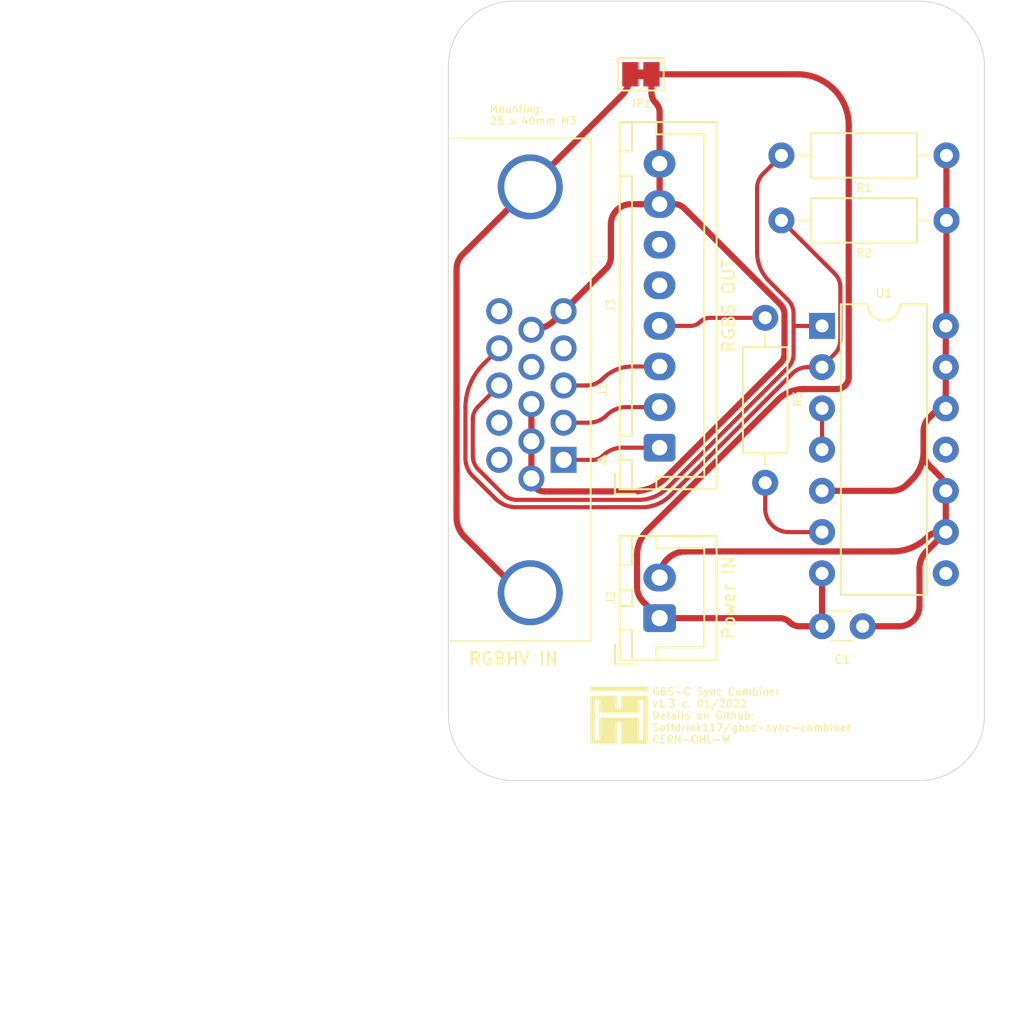
<source format=kicad_pcb>
(kicad_pcb (version 20211014) (generator pcbnew)
  (layers (0 "F.Cu" signal) (31 "B.Cu" signal) (34 "B.Paste" user) (35 "F.Paste" user) (36 "B.SilkS" user "B.Silkscreen") (37 "F.SilkS" user "F.Silkscreen") (38 "B.Mask" user) (39 "F.Mask" user) (44 "Edge.Cuts" user))
  (net 0 "")
  (net 1 "GND")
  (net 2 "+5V")
  (net 3 "Net-(J1-Pad0)")
  (net 4 "Net-(J1-Pad15)")
  (net 5 "/VSync")
  (net 6 "/HSync")
  (net 7 "Net-(J1-Pad12)")
  (net 8 "Net-(J1-Pad11)")
  (net 9 "Net-(J1-Pad9)")
  (net 10 "Net-(J1-Pad4)")
  (net 11 "Blue")
  (net 12 "Green")
  (net 13 "Red")
  (net 14 "Net-(J3-Pad5)")
  (net 15 "Net-(J3-Pad4)")
  (net 16 "/CSync")
  (net 17 "Net-(U1-Pad11)")
  (net 18 "Net-(U1-Pad3)")
  (net 19 "Net-(U1-Pad8)")
  (net 20 "Net-(J3-Pad6)")
  (footprint "Connector_JST:JST_XH_B2B-XH-A_1x02_P2.50mm_Vertical" (layer "F.Cu") (at 110 87 90)
    (fp_text reference "J2" (at 1.25 -3 90) (layer "F.SilkS") (effects (font (size 0.5 0.5) (thickness 0.075))))
    (fp_text value "JST-XH")
    (fp_line (start -2.56 3.51) (end 5.06 3.51) (layer "F.SilkS") (width 0.12))
    (fp_line (start 0.75 -2.45) (end 0.75 -1.7) (layer "F.SilkS") (width 0.12))
    (fp_line (start -1.6 -2.75) (end -2.85 -2.75) (layer "F.SilkS") (width 0.12))
    (fp_line (start 5.05 -0.2) (end 4.3 -0.2) (layer "F.SilkS") (width 0.12))
    (fp_line (start -2.85 -2.75) (end -2.85 -1.5) (layer "F.SilkS") (width 0.12))
    (fp_line (start 4.3 2.75) (end 1.25 2.75) (layer "F.SilkS") (width 0.12))
    (fp_line (start 5.06 3.51) (end 5.06 -2.46) (layer "F.SilkS") (width 0.12))
    (fp_line (start 0.75 -1.7) (end 1.75 -1.7) (layer "F.SilkS") (width 0.12))
    (fp_line (start 5.05 -1.7) (end 5.05 -2.45) (layer "F.SilkS") (width 0.12))
    (fp_line (start -0.75 -1.7) (end -0.75 -2.45) (layer "F.SilkS") (width 0.12))
    (fp_line (start -2.55 -2.45) (end -2.55 -1.7) (layer "F.SilkS") (width 0.12))
    (fp_line (start 1.75 -1.7) (end 1.75 -2.45) (layer "F.SilkS") (width 0.12))
    (fp_line (start -1.8 -0.2) (end -1.8 2.75) (layer "F.SilkS") (width 0.12))
    (fp_line (start -0.75 -2.45) (end -2.55 -2.45) (layer "F.SilkS") (width 0.12))
    (fp_line (start 3.25 -2.45) (end 3.25 -1.7) (layer "F.SilkS") (width 0.12))
    (fp_line (start 4.3 -0.2) (end 4.3 2.75) (layer "F.SilkS") (width 0.12))
    (fp_line (start 5.06 -2.46) (end -2.56 -2.46) (layer "F.SilkS") (width 0.12))
    (fp_line (start 3.25 -1.7) (end 5.05 -1.7) (layer "F.SilkS") (width 0.12))
    (fp_line (start 5.05 -2.45) (end 3.25 -2.45) (layer "F.SilkS") (width 0.12))
    (fp_line (start -2.56 -2.46) (end -2.56 3.51) (layer "F.SilkS") (width 0.12))
    (fp_line (start -2.55 -1.7) (end -0.75 -1.7) (layer "F.SilkS") (width 0.12))
    (fp_line (start 1.75 -2.45) (end 0.75 -2.45) (layer "F.SilkS") (width 0.12))
    (fp_line (start -2.55 -0.2) (end -1.8 -0.2) (layer "F.SilkS") (width 0.12))
    (fp_line (start -1.8 2.75) (end 1.25 2.75) (layer "F.SilkS") (width 0.12))
    (pad "1" thru_hole roundrect locked (at 0 0 90) (size 1.7 2) (drill 1) (layers *.Cu *.Mask) (roundrect_rratio 0.147059) (net 1 "GND"))
    (pad "2" thru_hole oval locked (at 2.5 0 90) (size 1.7 2) (drill 1) (layers *.Cu *.Mask) (net 2 "+5V"))
  )
  (footprint "Connector_JST:JST_XH_B8B-XH-A_1x08_P2.50mm_Vertical" (layer "F.Cu") (at 110 76.5 90)
    (fp_text reference "J3" (at 8.75 -3 90) (layer "F.SilkS") (effects (font (size 0.5 0.5) (thickness 0.075))))
    (fp_text value "JST-XH")
    (fp_line (start -2.85 -2.75) (end -2.85 -1.5) (layer "F.SilkS") (width 0.12))
    (fp_line (start 18.25 -2.45) (end 18.25 -1.7) (layer "F.SilkS") (width 0.12))
    (fp_line (start -2.55 -1.7) (end -0.75 -1.7) (layer "F.SilkS") (width 0.12))
    (fp_line (start 16.75 -2.45) (end 0.75 -2.45) (layer "F.SilkS") (width 0.12))
    (fp_line (start 20.05 -2.45) (end 18.25 -2.45) (layer "F.SilkS") (width 0.12))
    (fp_line (start -2.55 -2.45) (end -2.55 -1.7) (layer "F.SilkS") (width 0.12))
    (fp_line (start 16.75 -1.7) (end 16.75 -2.45) (layer "F.SilkS") (width 0.12))
    (fp_line (start 20.06 3.51) (end 20.06 -2.46) (layer "F.SilkS") (width 0.12))
    (fp_line (start -2.56 -2.46) (end -2.56 3.51) (layer "F.SilkS") (width 0.12))
    (fp_line (start -2.55 -0.2) (end -1.8 -0.2) (layer "F.SilkS") (width 0.12))
    (fp_line (start -1.8 2.75) (end 8.75 2.75) (layer "F.SilkS") (width 0.12))
    (fp_line (start 0.75 -2.45) (end 0.75 -1.7) (layer "F.SilkS") (width 0.12))
    (fp_line (start -0.75 -1.7) (end -0.75 -2.45) (layer "F.SilkS") (width 0.12))
    (fp_line (start 0.75 -1.7) (end 16.75 -1.7) (layer "F.SilkS") (width 0.12))
    (fp_line (start -2.56 3.51) (end 20.06 3.51) (layer "F.SilkS") (width 0.12))
    (fp_line (start 20.05 -1.7) (end 20.05 -2.45) (layer "F.SilkS") (width 0.12))
    (fp_line (start 20.06 -2.46) (end -2.56 -2.46) (layer "F.SilkS") (width 0.12))
    (fp_line (start 19.3 2.75) (end 8.75 2.75) (layer "F.SilkS") (width 0.12))
    (fp_line (start 20.05 -0.2) (end 19.3 -0.2) (layer "F.SilkS") (width 0.12))
    (fp_line (start -1.8 -0.2) (end -1.8 2.75) (layer "F.SilkS") (width 0.12))
    (fp_line (start 18.25 -1.7) (end 20.05 -1.7) (layer "F.SilkS") (width 0.12))
    (fp_line (start 19.3 -0.2) (end 19.3 2.75) (layer "F.SilkS") (width 0.12))
    (fp_line (start -0.75 -2.45) (end -2.55 -2.45) (layer "F.SilkS") (width 0.12))
    (fp_line (start -1.6 -2.75) (end -2.85 -2.75) (layer "F.SilkS") (width 0.12))
    (pad "1" thru_hole roundrect locked (at 0 0 90) (size 1.7 1.95) (drill 0.95) (layers *.Cu *.Mask) (roundrect_rratio 0.147059) (net 13 "Red"))
    (pad "2" thru_hole oval locked (at 2.5 0 90) (size 1.7 1.95) (drill 0.95) (layers *.Cu *.Mask) (net 12 "Green"))
    (pad "3" thru_hole oval locked (at 5 0 90) (size 1.7 1.95) (drill 0.95) (layers *.Cu *.Mask) (net 11 "Blue"))
    (pad "4" thru_hole oval locked (at 7.5 0 90) (size 1.7 1.95) (drill 0.95) (layers *.Cu *.Mask) (net 15 "Net-(J3-Pad4)"))
    (pad "5" thru_hole oval locked (at 10 0 90) (size 1.7 1.95) (drill 0.95) (layers *.Cu *.Mask) (net 14 "Net-(J3-Pad5)"))
    (pad "6" thru_hole oval locked (at 12.5 0 90) (size 1.7 1.95) (drill 0.95) (layers *.Cu *.Mask) (net 20 "Net-(J3-Pad6)"))
    (pad "7" thru_hole oval locked (at 15 0 90) (size 1.7 1.95) (drill 0.95) (layers *.Cu *.Mask) (net 1 "GND"))
    (pad "8" thru_hole oval locked (at 17.5 0 90) (size 1.7 1.95) (drill 0.95) (layers *.Cu *.Mask) (net 1 "GND"))
  )
  (footprint "Jumper:SolderJumper-2_P1.3mm_Bridged_Pad1.0x1.5mm" (layer "F.Cu") (at 108.85 53.5 180)
    (fp_text reference "JP1" (at 0 -1.8) (layer "F.SilkS") (effects (font (size 0.5 0.5) (thickness 0.075))))
    (fp_text value "SolderJumper_2_Bridged")
    (fp_poly (pts (xy -0.25 -0.3) (xy 0.25 -0.3) (xy 0.25 0.3) (xy -0.25 0.3)) (layer "F.Cu") (width 0) (fill solid))
    (fp_line (start 1.4 1) (end -1.4 1) (layer "F.SilkS") (width 0.12))
    (fp_line (start 1.4 -1) (end 1.4 1) (layer "F.SilkS") (width 0.12))
    (fp_line (start -1.4 1) (end -1.4 -1) (layer "F.SilkS") (width 0.12))
    (fp_line (start -1.4 -1) (end 1.4 -1) (layer "F.SilkS") (width 0.12))
    (pad "1" smd rect locked (at -0.65 0 180) (size 1 1.5) (layers "F.Cu" "F.Mask") (net 1 "GND"))
    (pad "2" smd rect locked (at 0.65 0 180) (size 1 1.5) (layers "F.Cu" "F.Mask") (net 3 "Net-(J1-Pad0)"))
  )
  (footprint "Package_DIP:DIP-14_W7.62mm" (layer "F.Cu") (at 120 69)
    (fp_text reference "U1" (at 3.81 -2) (layer "F.SilkS") (effects (font (size 0.5 0.5) (thickness 0.075))))
    (fp_text value "74LS86")
    (fp_line (start 2.81 -1.33) (end 1.16 -1.33) (layer "F.SilkS") (width 0.12))
    (fp_line (start 6.46 16.57) (end 6.46 -1.33) (layer "F.SilkS") (width 0.12))
    (fp_line (start 1.16 -1.33) (end 1.16 16.57) (layer "F.SilkS") (width 0.12))
    (fp_line (start 1.16 16.57) (end 6.46 16.57) (layer "F.SilkS") (width 0.12))
    (fp_line (start 6.46 -1.33) (end 4.81 -1.33) (layer "F.SilkS") (width 0.12))
    (fp_arc (start 4.81 -1.33) (mid 3.81 -0.33) (end 2.81 -1.33) (layer "F.SilkS") (width 0.12))
    (pad "1" thru_hole rect locked (at 0 0) (size 1.6 1.6) (drill 0.8) (layers *.Cu *.Mask) (net 6 "/HSync"))
    (pad "2" thru_hole oval locked (at 0 2.54) (size 1.6 1.6) (drill 0.8) (layers *.Cu *.Mask) (net 5 "/VSync"))
    (pad "3" thru_hole oval locked (at 0 5.08) (size 1.6 1.6) (drill 0.8) (layers *.Cu *.Mask) (net 18 "Net-(U1-Pad3)"))
    (pad "4" thru_hole oval locked (at 0 7.62) (size 1.6 1.6) (drill 0.8) (layers *.Cu *.Mask) (net 18 "Net-(U1-Pad3)"))
    (pad "5" thru_hole oval locked (at 0 10.16) (size 1.6 1.6) (drill 0.8) (layers *.Cu *.Mask) (net 2 "+5V"))
    (pad "6" thru_hole oval locked (at 0 12.7) (size 1.6 1.6) (drill 0.8) (layers *.Cu *.Mask) (net 16 "/CSync"))
    (pad "7" thru_hole oval locked (at 0 15.24) (size 1.6 1.6) (drill 0.8) (layers *.Cu *.Mask) (net 1 "GND"))
    (pad "8" thru_hole oval locked (at 7.62 15.24) (size 1.6 1.6) (drill 0.8) (layers *.Cu *.Mask) (net 19 "Net-(U1-Pad8)"))
    (pad "9" thru_hole oval locked (at 7.62 12.7) (size 1.6 1.6) (drill 0.8) (layers *.Cu *.Mask) (net 2 "+5V"))
    (pad "10" thru_hole oval locked (at 7.62 10.16) (size 1.6 1.6) (drill 0.8) (layers *.Cu *.Mask) (net 2 "+5V"))
    (pad "11" thru_hole oval locked (at 7.62 7.62) (size 1.6 1.6) (drill 0.8) (layers *.Cu *.Mask) (net 17 "Net-(U1-Pad11)"))
    (pad "12" thru_hole oval locked (at 7.62 5.08) (size 1.6 1.6) (drill 0.8) (layers *.Cu *.Mask) (net 2 "+5V"))
    (pad "13" thru_hole oval locked (at 7.62 2.54) (size 1.6 1.6) (drill 0.8) (layers *.Cu *.Mask) (net 2 "+5V"))
    (pad "14" thru_hole oval locked (at 7.62 0) (size 1.6 1.6) (drill 0.8) (layers *.Cu *.Mask) (net 2 "+5V"))
  )
  (footprint "Resistor_THT:R_Axial_DIN0207_L6.3mm_D2.5mm_P10.16mm_Horizontal" (layer "F.Cu") (at 117.5 58.5)
    (fp_text reference "R1" (at 5.08 2) (layer "F.SilkS") (effects (font (size 0.5 0.5) (thickness 0.075))))
    (fp_text value "10k")
    (fp_line (start 1.81 1.37) (end 8.35 1.37) (layer "F.SilkS") (width 0.12))
    (fp_line (start 9.12 0) (end 8.35 0) (layer "F.SilkS") (width 0.12))
    (fp_line (start 1.81 -1.37) (end 1.81 1.37) (layer "F.SilkS") (width 0.12))
    (fp_line (start 8.35 1.37) (end 8.35 -1.37) (layer "F.SilkS") (width 0.12))
    (fp_line (start 8.35 -1.37) (end 1.81 -1.37) (layer "F.SilkS") (width 0.12))
    (fp_line (start 1.04 0) (end 1.81 0) (layer "F.SilkS") (width 0.12))
    (pad "1" thru_hole circle locked (at 0 0) (size 1.6 1.6) (drill 0.8) (layers *.Cu *.Mask) (net 6 "/HSync"))
    (pad "2" thru_hole oval locked (at 10.16 0) (size 1.6 1.6) (drill 0.8) (layers *.Cu *.Mask) (net 2 "+5V"))
  )
  (footprint "Capacitor_THT:C_Disc_D3.0mm_W1.6mm_P2.50mm" (layer "F.Cu") (at 122.5 87.5 180)
    (fp_text reference "C1" (at 1.25 -2.05) (layer "F.SilkS") (effects (font (size 0.5 0.5) (thickness 0.075))))
    (fp_text value "0.1uF")
    (fp_line (start 0.621 -0.92) (end 1.879 -0.92) (layer "F.SilkS") (width 0.12))
    (fp_line (start 0.621 0.92) (end 1.879 0.92) (layer "F.SilkS") (width 0.12))
    (pad "1" thru_hole circle locked (at 0 0 180) (size 1.6 1.6) (drill 0.8) (layers *.Cu *.Mask) (net 2 "+5V"))
    (pad "2" thru_hole circle locked (at 2.5 0 180) (size 1.6 1.6) (drill 0.8) (layers *.Cu *.Mask) (net 1 "GND"))
  )
  (footprint "MountingHole:MountingHole_3.2mm_M3" (layer "F.Cu") (at 101 53)
    (fp_text reference "H1" hide)
    (fp_text value "MountingHole" hide)
    (pad "" np_thru_hole circle locked (at 0 0) (size 3.2 3.2) (drill 3.2) (layers *.Cu *.Mask))
  )
  (footprint "MountingHole:MountingHole_3.2mm_M3" (layer "F.Cu") (at 101 93)
    (fp_text reference "H2" hide)
    (fp_text value "MountingHole" hide)
    (pad "" np_thru_hole circle locked (at 0 0) (size 3.2 3.2) (drill 3.2) (layers *.Cu *.Mask))
  )
  (footprint "MountingHole:MountingHole_3.2mm_M3" (layer "F.Cu") (at 126 93)
    (fp_text reference "H3" hide)
    (fp_text value "MountingHole" hide)
    (pad "" np_thru_hole circle locked (at 0 0) (size 3.2 3.2) (drill 3.2) (layers *.Cu *.Mask))
  )
  (footprint "MountingHole:MountingHole_3.2mm_M3" (layer "F.Cu") (at 126 53)
    (fp_text reference "H4" hide)
    (fp_text value "MountingHole" hide)
    (pad "" np_thru_hole circle locked (at 0 0) (size 3.2 3.2) (drill 3.2) (layers *.Cu *.Mask))
  )
  (footprint "Connector_Dsub:DSUB-15-HD_Female_Horizontal_P2.29x1.98mm_EdgePinOffset3.03mm_Housed_MountingHolesOffset4.94mm" (layer "F.Cu") (at 104.08666 77.25 -90)
    (fp_text reference "J1" (at -4.315 -2.41334 90) (layer "F.SilkS") (effects (font (size 0.5 0.5) (thickness 0.075))))
    (fp_text value "DB15_Female_HighDensity_MountingHoles")
    (fp_line (start -19.8 6.93) (end -19.8 -1.67) (layer "F.SilkS") (width 0.12))
    (fp_line (start 11.17 -1.67) (end 11.17 6.93) (layer "F.SilkS") (width 0.12))
    (fp_line (start -19.8 -1.67) (end 11.17 -1.67) (layer "F.SilkS") (width 0.12))
    (fp_line (start 0.25 -2.564338) (end 0 -2.131325) (layer "F.SilkS") (width 0.12))
    (fp_line (start -0.25 -2.564338) (end 0.25 -2.564338) (layer "F.SilkS") (width 0.12))
    (fp_line (start 0 -2.131325) (end -0.25 -2.564338) (layer "F.SilkS") (width 0.12))
    (pad "0" thru_hole circle locked (at -16.815 2.05 270) (size 4 4) (drill 3.2) (layers *.Cu *.Mask) (net 3 "Net-(J1-Pad0)"))
    (pad "0" thru_hole circle locked (at 8.185 2.05 270) (size 4 4) (drill 3.2) (layers *.Cu *.Mask) (net 3 "Net-(J1-Pad0)"))
    (pad "1" thru_hole rect locked (at 0 0 270) (size 1.6 1.6) (drill 1) (layers *.Cu *.Mask) (net 13 "Red"))
    (pad "2" thru_hole circle locked (at -2.29 0 270) (size 1.6 1.6) (drill 1) (layers *.Cu *.Mask) (net 12 "Green"))
    (pad "3" thru_hole circle locked (at -4.58 0 270) (size 1.6 1.6) (drill 1) (layers *.Cu *.Mask) (net 11 "Blue"))
    (pad "4" thru_hole circle locked (at -6.87 0 270) (size 1.6 1.6) (drill 1) (layers *.Cu *.Mask) (net 10 "Net-(J1-Pad4)"))
    (pad "5" thru_hole circle locked (at -9.16 0 270) (size 1.6 1.6) (drill 1) (layers *.Cu *.Mask) (net 1 "GND"))
    (pad "6" thru_hole circle locked (at 1.145 1.98 270) (size 1.6 1.6) (drill 1) (layers *.Cu *.Mask) (net 1 "GND"))
    (pad "7" thru_hole circle locked (at -1.145 1.98 270) (size 1.6 1.6) (drill 1) (layers *.Cu *.Mask) (net 1 "GND"))
    (pad "8" thru_hole circle locked (at -3.435 1.98 270) (size 1.6 1.6) (drill 1) (layers *.Cu *.Mask) (net 1 "GND"))
    (pad "9" thru_hole circle locked (at -5.725 1.98 270) (size 1.6 1.6) (drill 1) (layers *.Cu *.Mask) (net 9 "Net-(J1-Pad9)"))
    (pad "10" thru_hole circle locked (at -8.015 1.98 270) (size 1.6 1.6) (drill 1) (layers *.Cu *.Mask) (net 1 "GND"))
    (pad "11" thru_hole circle locked (at 0 3.96 270) (size 1.6 1.6) (drill 1) (layers *.Cu *.Mask) (net 8 "Net-(J1-Pad11)"))
    (pad "12" thru_hole circle locked (at -2.29 3.96 270) (size 1.6 1.6) (drill 1) (layers *.Cu *.Mask) (net 7 "Net-(J1-Pad12)"))
    (pad "13" thru_hole circle locked (at -4.58 3.96 270) (size 1.6 1.6) (drill 1) (layers *.Cu *.Mask) (net 6 "/HSync"))
    (pad "14" thru_hole circle locked (at -6.87 3.96 270) (size 1.6 1.6) (drill 1) (layers *.Cu *.Mask) (net 5 "/VSync"))
    (pad "15" thru_hole circle locked (at -9.16 3.96 270) (size 1.6 1.6) (drill 1) (layers *.Cu *.Mask) (net 4 "Net-(J1-Pad15)"))
  )
  (footprint "Resistor_THT:R_Axial_DIN0207_L6.3mm_D2.5mm_P10.16mm_Horizontal" (layer "F.Cu") (at 116.5 68.5 -90)
    (fp_text reference "R3" (at 5 -2 90) (layer "F.SilkS") (effects (font (size 0.5 0.5) (thickness 0.075))))
    (fp_text value "470Ohm")
    (fp_line (start 9.12 0) (end 8.35 0) (layer "F.SilkS") (width 0.12))
    (fp_line (start 1.81 1.37) (end 8.35 1.37) (layer "F.SilkS") (width 0.12))
    (fp_line (start 8.35 -1.37) (end 1.81 -1.37) (layer "F.SilkS") (width 0.12))
    (fp_line (start 1.81 -1.37) (end 1.81 1.37) (layer "F.SilkS") (width 0.12))
    (fp_line (start 8.35 1.37) (end 8.35 -1.37) (layer "F.SilkS") (width 0.12))
    (fp_line (start 1.04 0) (end 1.81 0) (layer "F.SilkS") (width 0.12))
    (pad "1" thru_hole circle locked (at 0 0 270) (size 1.6 1.6) (drill 0.8) (layers *.Cu *.Mask) (net 15 "Net-(J3-Pad4)"))
    (pad "2" thru_hole oval locked (at 10.16 0 270) (size 1.6 1.6) (drill 0.8) (layers *.Cu *.Mask) (net 16 "/CSync"))
  )
  (footprint "Resistor_THT:R_Axial_DIN0207_L6.3mm_D2.5mm_P10.16mm_Horizontal" (layer "F.Cu") (at 117.5 62.5)
    (fp_text reference "R2" (at 5.08 2) (layer "F.SilkS") (effects (font (size 0.5 0.5) (thickness 0.075))))
    (fp_text value "10k")
    (fp_line (start 1.81 -1.37) (end 1.81 1.37) (layer "F.SilkS") (width 0.12))
    (fp_line (start 8.35 1.37) (end 8.35 -1.37) (layer "F.SilkS") (width 0.12))
    (fp_line (start 8.35 -1.37) (end 1.81 -1.37) (layer "F.SilkS") (width 0.12))
    (fp_line (start 1.04 0) (end 1.81 0) (layer "F.SilkS") (width 0.12))
    (fp_line (start 9.12 0) (end 8.35 0) (layer "F.SilkS") (width 0.12))
    (fp_line (start 1.81 1.37) (end 8.35 1.37) (layer "F.SilkS") (width 0.12))
    (pad "1" thru_hole circle locked (at 0 0) (size 1.6 1.6) (drill 0.8) (layers *.Cu *.Mask) (net 5 "/VSync"))
    (pad "2" thru_hole oval locked (at 10.16 0) (size 1.6 1.6) (drill 0.8) (layers *.Cu *.Mask) (net 2 "+5V"))
  )
  (footprint "board_graphics:sft_logo" (layer "F.Cu") (at 107.5 93)
    (fp_text reference "G***" hide)
    (fp_text value "LOGO" hide)
    (fp_poly (pts (xy 1.763889 -1.495777) (xy -1.763888 -1.495777) (xy -1.763888 -1.763888) (xy 1.763889 -1.763888) (xy 1.763889 -1.495777)) (layer "F.SilkS") (width 0.01) (fill solid))
    (fp_poly (pts (xy -0.141111 -0.409222) (xy 0.141112 -0.409222) (xy 0.141112 -1.213555) (xy 1.764019 -1.213555) (xy 1.760426 0.271639) (xy 1.756834 1.756834) (xy 0.141112 1.76412) (xy 0.141112 0.409223) (xy -0.141111 0.409223) (xy -0.141111 1.763889) (xy -0.943092 1.763889) (xy -1.090958 1.763728) (xy -1.230322 1.763265) (xy -1.358639 1.762528) (xy -1.473364 1.761549) (xy -1.571952 1.760355) (xy -1.651857 1.758977) (xy -1.710535 1.757444) (xy -1.745439 1.755786) (xy -1.754481 1.754482) (xy -1.755765 1.739375) (xy -1.756997 1.697907) (xy -1.758166 1.631939) (xy -1.759259 1.54333) (xy -1.760265 1.433943) (xy -1.761173 1.305638) (xy -1.76197 1.160275) (xy -1.762645 0.999716) (xy -1.763186 0.825821) (xy -1.763581 0.640451) (xy -1.763819 0.445468) (xy -1.763888 0.26576) (xy -1.763888 -0.945444) (xy -1.495777 -0.945444) (xy -1.495777 0.26576) (xy -1.49567 0.4482) (xy -1.495359 0.622517) (xy -1.494861 0.786651) (xy -1.49419 0.93854) (xy -1.493363 1.076126) (xy -1.492397 1.197347) (xy -1.491305 1.300143) (xy -1.490106 1.382454) (xy -1.488814 1.44222) (xy -1.487445 1.47738) (xy -1.48637 1.486371) (xy -1.468984 1.490476) (xy -1.430164 1.493673) (xy -1.376697 1.49551) (xy -1.345259 1.495778) (xy -1.213555 1.495778) (xy -1.213555 0.141112) (xy 1.213282 0.141112) (xy 1.216947 0.814917) (xy 1.220612 1.488723) (xy 1.488723 1.488723) (xy 1.492329 0.271639) (xy 1.495935 -0.945444) (xy 1.213556 -0.945444) (xy 1.213556 -0.141111) (xy -1.213555 -0.141111) (xy -1.213555 -0.945444) (xy -1.495777 -0.945444) (xy -1.763888 -0.945444) (xy -1.763888 -1.213555) (xy -0.141111 -1.213555) (xy -0.141111 -0.409222)) (layer "F.SilkS") (width 0.01) (fill solid))
  )
  (gr_line (start 101 49) (end 102 49) (layer "Edge.Cuts") (width 0.05))
  (gr_line (start 101 97) (end 102 97) (layer "Edge.Cuts") (width 0.05))
  (gr_line (start 130 92) (end 130 93) (layer "Edge.Cuts") (width 0.05))
  (gr_line (start 97 92) (end 97 93) (layer "Edge.Cuts") (width 0.05))
  (gr_arc (start 97 53) (mid 98.171573 50.171573) (end 101 49) (layer "Edge.Cuts") (width 0.05))
  (gr_arc (start 126 49) (mid 128.828427 50.171573) (end 130 53) (layer "Edge.Cuts") (width 0.05))
  (gr_arc (start 130 93) (mid 128.828427 95.828427) (end 126 97) (layer "Edge.Cuts") (width 0.05))
  (gr_arc (start 101 97) (mid 98.171573 95.828427) (end 97 93) (layer "Edge.Cuts") (width 0.05))
  (gr_line (start 97 53) (end 97 92) (layer "Edge.Cuts") (width 0.05))
  (gr_line (start 102 49) (end 126 49) (layer "Edge.Cuts") (width 0.05))
  (gr_line (start 102 97) (end 126 97) (layer "Edge.Cuts") (width 0.05))
  (gr_line (start 130 53) (end 130 92) (layer "Edge.Cuts") (width 0.05))
  (gr_text "RGBS OUT" (at 114.25 67.75 90) (layer "F.SilkS") (effects (font (size 0.762 0.762) (thickness 0.127))))
  (gr_text "RGBHV IN" (at 101 89.5) (layer "F.SilkS") (effects (font (size 0.762 0.762) (thickness 0.127))))
  (gr_text "Mounting:\n25 x 40mm M3" (at 99.5 56) (layer "F.SilkS") (effects (font (size 0.4572 0.4572) (thickness 0.0762)) (justify left)))
  (gr_text "GBS-C Sync Combiner \nv1.3 c. 01/2022\nDetails on Github:\nSoftdrink117/gbsc-sync-combiner\nCERN-OHL-W" (at 109.5 93) (layer "F.SilkS") (effects (font (size 0.4572 0.4572) (thickness 0.0762)) (justify left)))
  (gr_text "Power IN" (at 114.25 85.75 90) (layer "F.SilkS") (effects (font (size 0.762 0.762) (thickness 0.127))))
  (segment (start 109.793312 81.043312) (end 117.293312 73.543312) (width 0.381) (layer "F.Cu") (net 1))
  (segment (start 110 87) (end 117.396447 87) (width 0.381) (layer "F.Cu") (net 1))
  (segment (start 108.362605 79.194999) (end 102.906659 79.194999) (width 0.381) (layer "F.Cu") (net 1))
  (segment (start 118.5 53.5) (end 109.5 53.5) (width 0.381) (layer "F.Cu") (net 1))
  (segment (start 109.255344 81.581279) (end 109.793312 81.043312) (width 0.381) (layer "F.Cu") (net 1))
  (segment (start 121.644511 72.144511) (end 121.644511 56.644511) (width 0.381) (layer "F.Cu") (net 1))
  (segment (start 110 61.5) (end 110 59) (width 0.381) (layer "F.Cu") (net 1))
  (segment (start 107 64.75) (end 107 62.75) (width 0.381) (layer "F.Cu") (net 1))
  (segment (start 102.10666 76.105) (end 102.10666 78.395) (width 0.381) (layer "F.Cu") (net 1))
  (segment (start 110.916833 61.5) (end 110 61.5) (width 0.381) (layer "F.Cu") (net 1))
  (segment (start 118.603553 87.5) (end 120 87.5) (width 0.381) (layer "F.Cu") (net 1))
  (segment (start 120 84.24) (end 120 87.5) (width 0.381) (layer "F.Cu") (net 1))
  (segment (start 111.505971 61.744029) (end 117.421136 67.659194) (width 0.381) (layer "F.Cu") (net 1))
  (segment (start 117.690501 68.309499) (end 117.690501 70.690501) (width 0.381) (layer "F.Cu") (net 1))
  (segment (start 103.532094 68.644566) (end 104.08666 68.09) (width 0.381) (layer "F.Cu") (net 1))
  (segment (start 117.443142 71.287678) (end 110.36541 78.36541) (width 0.381) (layer "F.Cu") (net 1))
  (segment (start 104.08666 68.09) (end 106.698305 65.478355) (width 0.381) (layer "F.Cu") (net 1))
  (segment (start 109.5 53.5) (end 109.5 54.646447) (width 0.381) (layer "F.Cu") (net 1))
  (segment (start 110 87) (end 109 86) (width 0.381) (layer "F.Cu") (net 1))
  (segment (start 108.60949 85.057226) (end 108.60949 83.14051) (width 0.381) (layer "F.Cu") (net 1))
  (segment (start 102.10666 73.815) (end 102.10666 76.105) (width 0.381) (layer "F.Cu") (net 1))
  (segment (start 108.25 61.5) (end 110 61.5) (width 0.381) (layer "F.Cu") (net 1))
  (segment (start 110 55.853553) (end 110 59) (width 0.381) (layer "F.Cu") (net 1))
  (segment (start 118.871756 72.889499) (end 120.899523 72.889499) (width 0.381) (layer "F.Cu") (net 1))
  (arc (start 109.5 54.646447) (mid 109.564972 54.973087) (end 109.75 55.25) (width 0.381) (layer "F.Cu") (net 1))
  (arc (start 117.396447 87) (mid 117.723087 87.064973) (end 118 87.25) (width 0.381) (layer "F.Cu") (net 1))
  (arc (start 111.505971 61.744029) (mid 111.235673 61.563421) (end 110.916833 61.5) (width 0.381) (layer "F.Cu") (net 1))
  (arc (start 108.60949 83.14051) (mid 108.777342 82.296661) (end 109.255344 81.581279) (width 0.381) (layer "F.Cu") (net 1))
  (arc (start 117.690501 70.690501) (mid 117.626215 71.013692) (end 117.443142 71.287678) (width 0.381) (layer "F.Cu") (net 1))
  (arc (start 118 87.25) (mid 118.276912 87.435027) (end 118.603553 87.5) (width 0.381) (layer "F.Cu") (net 1))
  (arc (start 117.421136 67.659194) (mid 117.620495 67.957556) (end 117.690501 68.309499) (width 0.381) (layer "F.Cu") (net 1))
  (arc (start 120.899523 72.889499) (mid 121.426309 72.671297) (end 121.644511 72.144511) (width 0.381) (layer "F.Cu") (net 1))
  (arc (start 102.10666 69.235) (mid 102.878099 69.081551) (end 103.532094 68.644566) (width 0.381) (layer "F.Cu") (net 1))
  (arc (start 121.644511 56.644511) (mid 120.723505 54.421006) (end 118.5 53.5) (width 0.381) (layer "F.Cu") (net 1))
  (arc (start 102.906659 79.194999) (mid 102.340974 78.960685) (end 102.10666 78.395) (width 0.381) (layer "F.Cu") (net 1))
  (arc (start 106.698305 65.478355) (mid 106.921592 65.144184) (end 107 64.75) (width 0.381) (layer "F.Cu") (net 1))
  (arc (start 109.75 55.25) (mid 109.935027 55.526912) (end 110 55.853553) (width 0.381) (layer "F.Cu") (net 1))
  (arc (start 109 86) (mid 108.710981 85.567452) (end 108.60949 85.057226) (width 0.381) (layer "F.Cu") (net 1))
  (arc (start 110.36541 78.36541) (mid 109.446515 78.979396) (end 108.362605 79.194999) (width 0.381) (layer "F.Cu") (net 1))
  (arc (start 107 62.75) (mid 107.366117 61.866117) (end 108.25 61.5) (width 0.381) (layer "F.Cu") (net 1))
  (arc (start 117.293312 73.543312) (mid 118.017507 73.05942) (end 118.871756 72.889499) (width 0.381) (layer "F.Cu") (net 1))
  (segment (start 127.62 71.54) (end 127.62 74.08) (width 0.381) (layer "F.Cu") (net 2))
  (segment (start 126.603553 74.646446) (end 126.75 74.5) (width 0.381) (layer "F.Cu") (net 2))
  (segment (start 127.62 81.7) (end 126.429499 82.890501) (width 0.381) (layer "F.Cu") (net 2))
  (segment (start 127 78) (end 126.603554 77.603554) (width 0.381) (layer "F.Cu") (net 2))
  (segment (start 127.66 58.5) (end 127.66 62.5) (width 0.381) (layer "F.Cu") (net 2))
  (segment (start 126 86.25) (end 126 83.927403) (width 0.381) (layer "F.Cu") (net 2))
  (segment (start 127.62 69) (end 127.62 71.54) (width 0.381) (layer "F.Cu") (net 2))
  (segment (start 122.5 87.5) (end 124.75 87.5) (width 0.381) (layer "F.Cu") (net 2))
  (segment (start 120 79.16) (end 124.260173 79.16) (width 0.381) (layer "F.Cu") (net 2))
  (segment (start 127.66 68.96) (end 127.62 69) (width 0.381) (layer "F.Cu") (net 2))
  (segment (start 127.224264 81.7) (end 127.62 81.7) (width 0.381) (layer "F.Cu") (net 2))
  (segment (start 126.75 74.5) (end 126.851801 74.398199) (width 0.381) (layer "F.Cu") (net 2))
  (segment (start 126.25 76.75) (end 126.25 75.5) (width 0.381) (layer "F.Cu") (net 2))
  (segment (start 111.609989 82.890011) (end 124.351324 82.890011) (width 0.381) (layer "F.Cu") (net 2))
  (segment (start 127.62 79.16) (end 127.62 81.7) (width 0.381) (layer "F.Cu") (net 2))
  (segment (start 127.238162 78.238163) (end 127 78) (width 0.381) (layer "F.Cu") (net 2))
  (segment (start 111.609499 82.890501) (end 111.609989 82.890011) (width 0.381) (layer "F.Cu") (net 2))
  (segment (start 125.25 78.75) (end 125.542893 78.457107) (width 0.381) (layer "F.Cu") (net 2))
  (segment (start 127.66 62.5) (end 127.66 68.96) (width 0.381) (layer "F.Cu") (net 2))
  (arc (start 111.609499 82.890501) (mid 110.471411 83.361912) (end 110 84.5) (width 0.381) (layer "F.Cu") (net 2))
  (arc (start 126.851801 74.398199) (mid 127.204253 74.162698) (end 127.62 74.08) (width 0.381) (layer "F.Cu") (net 2))
  (arc (start 126 83.927403) (mid 126.111623 83.366236) (end 126.429499 82.890501) (width 0.381) (layer "F.Cu") (net 2))
  (arc (start 126.603554 77.603554) (mid 126.341886 77.21194) (end 126.25 76.75) (width 0.381) (layer "F.Cu") (net 2))
  (arc (start 127.62 79.16) (mid 127.520764 78.661105) (end 127.238162 78.238163) (width 0.381) (layer "F.Cu") (net 2))
  (arc (start 126.25 75.5) (mid 126.341886 75.03806) (end 126.603553 74.646446) (width 0.381) (layer "F.Cu") (net 2))
  (arc (start 124.260173 79.16) (mid 124.795863 79.053445) (end 125.25 78.75) (width 0.381) (layer "F.Cu") (net 2))
  (arc (start 126.5 82) (mid 126.832294 81.777968) (end 127.224264 81.7) (width 0.381) (layer "F.Cu") (net 2))
  (arc (start 124.75 87.5) (mid 125.633883 87.133883) (end 126 86.25) (width 0.381) (layer "F.Cu") (net 2))
  (arc (start 125.542893 78.457107) (mid 126.066229 77.67388) (end 126.25 76.75) (width 0.381) (layer "F.Cu") (net 2))
  (arc (start 124.351324 82.890011) (mid 125.514179 82.658705) (end 126.5 82) (width 0.381) (layer "F.Cu") (net 2))
  (arc (start 127.54 74) (mid 127.596569 74.023431) (end 127.62 74.08) (width 0.381) (layer "F.Cu") (net 2))
  (segment (start 102.03666 60.435) (end 97.873593 64.598067) (width 0.381) (layer "F.Cu") (net 3))
  (segment (start 102.03666 85.435) (end 101.935 85.435) (width 0.381) (layer "F.Cu") (net 3))
  (segment (start 97.5 65.5) (end 97.5 80.792894) (width 0.381) (layer "F.Cu") (net 3))
  (segment (start 102.03666 60.435) (end 107.654354 54.817306) (width 0.381) (layer "F.Cu") (net 3))
  (segment (start 98 82) (end 101.009562 85.009562) (width 0.381) (layer "F.Cu") (net 3))
  (arc (start 102.01662 60.48338) (mid 102.031452 60.461183) (end 102.03666 60.435) (width 0.381) (layer "F.Cu") (net 3))
  (arc (start 107.654354 54.817306) (mid 108.058191 54.212922) (end 108.2 53.5) (width 0.381) (layer "F.Cu") (net 3))
  (arc (start 97.873593 64.598067) (mid 97.597094 65.011877) (end 97.5 65.5) (width 0.381) (layer "F.Cu") (net 3))
  (arc (start 101.009562 85.009562) (mid 101.480798 85.324432) (end 102.03666 85.435) (width 0.381) (layer "F.Cu") (net 3))
  (arc (start 97.5 80.792894) (mid 97.629946 81.446175) (end 98 82) (width 0.381) (layer "F.Cu") (net 3))
  (segment (start 120 71.54) (end 119.112591 71.54) (width 0.254) (layer "F.Cu") (net 5))
  (segment (start 111.552378 78.552378) (end 110.6607 79.444055) (width 0.254) (layer "F.Cu") (net 5))
  (segment (start 98.04599 77.153923) (end 98.04599 74.04599) (width 0.254) (layer "F.Cu") (net 5))
  (segment (start 121.127001 69.83984) (end 121.127001 66.622999) (width 0.254) (layer "F.Cu") (net 5))
  (segment (start 99.886189 79.636189) (end 98.5 78.25) (width 0.254) (layer "F.Cu") (net 5))
  (segment (start 108.916519 80.166519) (end 101.166519 80.166519) (width 0.254) (layer "F.Cu") (net 5))
  (segment (start 117.5 62.5) (end 120.776277 65.776277) (width 0.254) (layer "F.Cu") (net 5))
  (segment (start 99.166981 71.33968) (end 100.12666 70.38) (width 0.254) (layer "F.Cu") (net 5))
  (segment (start 118.177378 71.927378) (end 111.552378 78.552378) (width 0.254) (layer "F.Cu") (net 5))
  (segment (start 120.028284 71.471715) (end 120.75 70.75) (width 0.254) (layer "F.Cu") (net 5))
  (arc (start 98.04599 74.04599) (mid 98.337326 72.581345) (end 99.166981 71.33968) (width 0.254) (layer "F.Cu") (net 5))
  (arc (start 119.112591 71.54) (mid 118.606457 71.640677) (end 118.177378 71.927378) (width 0.254) (layer "F.Cu") (net 5))
  (arc (start 120 71.54) (mid 120.007351 71.503045) (end 120.028284 71.471715) (width 0.254) (layer "F.Cu") (net 5))
  (arc (start 110.6607 79.444055) (mid 109.860463 79.978757) (end 108.916519 80.166519) (width 0.254) (layer "F.Cu") (net 5))
  (arc (start 120.776277 65.776277) (mid 121.03585 66.164756) (end 121.127001 66.622999) (width 0.254) (layer "F.Cu") (net 5))
  (arc (start 120.75 70.75) (mid 121.029021 70.332415) (end 121.127001 69.83984) (width 0.254) (layer "F.Cu") (net 5))
  (arc (start 101.166519 80.166519) (mid 100.473609 80.028691) (end 99.886189 79.636189) (width 0.254) (layer "F.Cu") (net 5))
  (arc (start 98.5 78.25) (mid 98.163984 77.747116) (end 98.04599 77.153923) (width 0.254) (layer "F.Cu") (net 5))
  (segment (start 98.5 74.75) (end 98.5 77) (width 0.254) (layer "F.Cu") (net 6))
  (segment (start 116 64.43934) (end 116 64.25) (width 0.254) (layer "F.Cu") (net 6))
  (segment (start 118.246905 68.246905) (end 118.246905 69.003095) (width 0.254) (layer "F.Cu") (net 6))
  (segment (start 120 69) (end 119.5 69) (width 0.254) (layer "F.Cu") (net 6))
  (segment (start 118.246905 70.746905) (end 118.246905 69.003095) (width 0.254) (layer "F.Cu") (net 6))
  (segment (start 120 69) (end 120 69.462689) (width 0.254) (layer "F.Cu") (net 6))
  (segment (start 110.481344 78.981344) (end 117.915358 71.54733) (width 0.254) (layer "F.Cu") (net 6))
  (segment (start 98.82056 73.9761) (end 100.12666 72.67) (width 0.254) (layer "F.Cu") (net 6))
  (segment (start 117.5 58.5) (end 116.375 59.625) (width 0.254) (layer "F.Cu") (net 6))
  (segment (start 101.212509 79.712509) (end 108.716156 79.712509) (width 0.254) (layer "F.Cu") (net 6))
  (segment (start 116.75 66.25) (end 117.893351 67.393351) (width 0.254) (layer "F.Cu") (net 6))
  (segment (start 100.358955 79.358956) (end 99.5 78.5) (width 0.254) (layer "F.Cu") (net 6))
  (segment (start 118.246905 69.003095) (end 119.996905 69.003095) (width 0.254) (layer "F.Cu") (net 6))
  (segment (start 116 60.53033) (end 116 64.25) (width 0.254) (layer "F.Cu") (net 6))
  (segment (start 120 69) (end 119.49381 69) (width 0.254) (layer "F.Cu") (net 6))
  (segment (start 99.5 78.5) (end 98.853554 77.853554) (width 0.254) (layer "F.Cu") (net 6))
  (arc (start 117.893351 67.393351) (mid 118.155019 67.784965) (end 118.246905 68.246905) (width 0.254) (layer "F.Cu") (net 6))
  (arc (start 108.716156 79.712509) (mid 109.671468 79.522486) (end 110.481344 78.981344) (width 0.254) (layer "F.Cu") (net 6))
  (arc (start 98.853554 77.853554) (mid 98.591886 77.46194) (end 98.5 77) (width 0.254) (layer "F.Cu") (net 6))
  (arc (start 119.996905 69.003095) (mid 119.999093 69.002188) (end 120 69) (width 0.254) (layer "F.Cu") (net 6))
  (arc (start 116.375 59.625) (mid 116.097459 60.040369) (end 116 60.53033) (width 0.254) (layer "F.Cu") (net 6))
  (arc (start 116.75 66.25) (mid 116.194919 65.419263) (end 116 64.43934) (width 0.254) (layer "F.Cu") (net 6))
  (arc (start 98.5 74.75) (mid 98.583311 74.331168) (end 98.82056 73.9761) (width 0.254) (layer "F.Cu") (net 6))
  (arc (start 101.212509 79.712509) (mid 100.750569 79.620623) (end 100.358955 79.358956) (width 0.254) (layer "F.Cu") (net 6))
  (arc (start 117.915358 71.54733) (mid 118.160739 71.180093) (end 118.246905 70.746905) (width 0.254) (layer "F.Cu") (net 6))
  (segment (start 104.08666 72.67) (end 105.486031 72.67) (width 0.254) (layer "F.Cu") (net 11))
  (segment (start 108.31066 71.5) (end 110 71.5) (width 0.254) (layer "F.Cu") (net 11))
  (arc (start 105.486031 72.67) (mid 106.034787 72.560846) (end 106.5 72.25) (width 0.254) (layer "F.Cu") (net 11))
  (arc (start 106.5 72.25) (mid 107.330737 71.694919) (end 108.31066 71.5) (width 0.254) (layer "F.Cu") (net 11))
  (segment (start 104.08666 74.96) (end 105.639462 74.96) (width 0.254) (layer "F.Cu") (net 12))
  (segment (start 107.957106 74) (end 110 74) (width 0.254) (layer "F.Cu") (net 12))
  (arc (start 106.75 74.5) (mid 107.303825 74.129946) (end 107.957106 74) (width 0.254) (layer "F.Cu") (net 12))
  (arc (start 105.639462 74.96) (mid 106.24048 74.840451) (end 106.75 74.5) (width 0.254) (layer "F.Cu") (net 12))
  (segment (start 104.08666 77.25) (end 105.896447 77.25) (width 0.254) (layer "F.Cu") (net 13))
  (segment (start 107.707106 76.5) (end 110 76.5) (width 0.254) (layer "F.Cu") (net 13))
  (arc (start 105.896447 77.25) (mid 106.223087 77.185028) (end 106.5 77) (width 0.254) (layer "F.Cu") (net 13))
  (arc (start 106.5 77) (mid 107.053825 76.629946) (end 107.707106 76.5) (width 0.254) (layer "F.Cu") (net 13))
  (segment (start 113.103553 68.5) (end 116.5 68.5) (width 0.254) (layer "F.Cu") (net 15))
  (segment (start 110 69) (end 111.896447 69) (width 0.254) (layer "F.Cu") (net 15))
  (arc (start 112.5 68.75) (mid 112.776912 68.564973) (end 113.103553 68.5) (width 0.254) (layer "F.Cu") (net 15))
  (arc (start 111.896447 69) (mid 112.223087 68.935028) (end 112.5 68.75) (width 0.254) (layer "F.Cu") (net 15))
  (segment (start 116.5 80.25) (end 116.5 78.66) (width 0.254) (layer "F.Cu") (net 16))
  (segment (start 120 81.7) (end 117.95 81.7) (width 0.254) (layer "F.Cu") (net 16))
  (arc (start 117.95 81.7) (mid 116.924695 81.275305) (end 116.5 80.25) (width 0.254) (layer "F.Cu") (net 16))
  (segment (start 120 76.62) (end 120 74.08) (width 0.254) (layer "F.Cu") (net 18))
)
</source>
